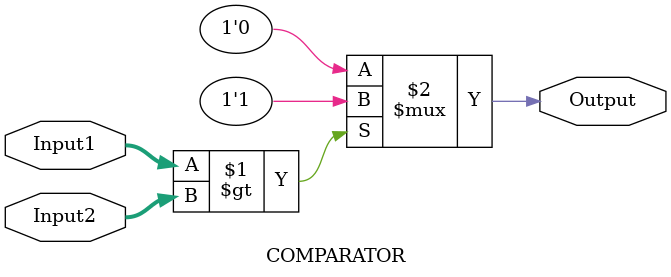
<source format=v>
`timescale 1ns / 1ps

module COMPARATOR #(parameter SIZE = 32)(Input1, Input2, Output);
    input [SIZE - 1 : 0] Input1;
    input [SIZE - 1 : 0] Input2;
    output Output;
        
    assign Output = (Input1 > Input2) ? 1'b1 : 1'b0;
    
endmodule

</source>
